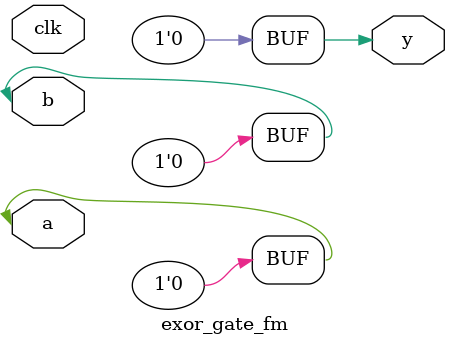
<source format=v>
module exor_gate_fm(clk,a,b,y);
    input clk;
    input a,b;
    output y;

    assign a = 1'b0;
    assign b = 1'b0;
    assign y = a ^ b;
endmodule
</source>
